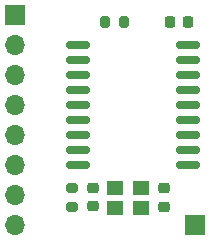
<source format=gts>
G04 #@! TF.GenerationSoftware,KiCad,Pcbnew,(6.0.8)*
G04 #@! TF.CreationDate,2023-04-23T16:45:02+02:00*
G04 #@! TF.ProjectId,17_CAN_Controller,31375f43-414e-45f4-936f-6e74726f6c6c,rev?*
G04 #@! TF.SameCoordinates,Original*
G04 #@! TF.FileFunction,Soldermask,Top*
G04 #@! TF.FilePolarity,Negative*
%FSLAX46Y46*%
G04 Gerber Fmt 4.6, Leading zero omitted, Abs format (unit mm)*
G04 Created by KiCad (PCBNEW (6.0.8)) date 2023-04-23 16:45:02*
%MOMM*%
%LPD*%
G01*
G04 APERTURE LIST*
G04 Aperture macros list*
%AMRoundRect*
0 Rectangle with rounded corners*
0 $1 Rounding radius*
0 $2 $3 $4 $5 $6 $7 $8 $9 X,Y pos of 4 corners*
0 Add a 4 corners polygon primitive as box body*
4,1,4,$2,$3,$4,$5,$6,$7,$8,$9,$2,$3,0*
0 Add four circle primitives for the rounded corners*
1,1,$1+$1,$2,$3*
1,1,$1+$1,$4,$5*
1,1,$1+$1,$6,$7*
1,1,$1+$1,$8,$9*
0 Add four rect primitives between the rounded corners*
20,1,$1+$1,$2,$3,$4,$5,0*
20,1,$1+$1,$4,$5,$6,$7,0*
20,1,$1+$1,$6,$7,$8,$9,0*
20,1,$1+$1,$8,$9,$2,$3,0*%
G04 Aperture macros list end*
%ADD10RoundRect,0.200000X0.200000X0.275000X-0.200000X0.275000X-0.200000X-0.275000X0.200000X-0.275000X0*%
%ADD11RoundRect,0.225000X0.225000X0.250000X-0.225000X0.250000X-0.225000X-0.250000X0.225000X-0.250000X0*%
%ADD12RoundRect,0.225000X-0.250000X0.225000X-0.250000X-0.225000X0.250000X-0.225000X0.250000X0.225000X0*%
%ADD13RoundRect,0.200000X-0.275000X0.200000X-0.275000X-0.200000X0.275000X-0.200000X0.275000X0.200000X0*%
%ADD14R,1.400000X1.200000*%
%ADD15RoundRect,0.150000X-0.875000X-0.150000X0.875000X-0.150000X0.875000X0.150000X-0.875000X0.150000X0*%
%ADD16R,1.700000X1.700000*%
%ADD17O,1.700000X1.700000*%
G04 APERTURE END LIST*
D10*
X113365000Y-64040000D03*
X111715000Y-64040000D03*
D11*
X118815000Y-64040000D03*
X117265000Y-64040000D03*
D12*
X110740000Y-78140000D03*
X110740000Y-79690000D03*
X116740000Y-78165000D03*
X116740000Y-79715000D03*
D13*
X108940000Y-78090000D03*
X108940000Y-79740000D03*
D14*
X114840000Y-78090000D03*
X112640000Y-78090000D03*
X112640000Y-79790000D03*
X114840000Y-79790000D03*
D15*
X109490000Y-66040000D03*
X109490000Y-67310000D03*
X109490000Y-68580000D03*
X109490000Y-69850000D03*
X109490000Y-71120000D03*
X109490000Y-72390000D03*
X109490000Y-73660000D03*
X109490000Y-74930000D03*
X109490000Y-76200000D03*
X118790000Y-76200000D03*
X118790000Y-74930000D03*
X118790000Y-73660000D03*
X118790000Y-72390000D03*
X118790000Y-71120000D03*
X118790000Y-69850000D03*
X118790000Y-68580000D03*
X118790000Y-67310000D03*
X118790000Y-66040000D03*
D16*
X104140000Y-63500000D03*
D17*
X104140000Y-66040000D03*
X104140000Y-68580000D03*
X104140000Y-71120000D03*
X104140000Y-73660000D03*
X104140000Y-76200000D03*
X104140000Y-78740000D03*
X104140000Y-81280000D03*
D16*
X119380000Y-81280000D03*
M02*

</source>
